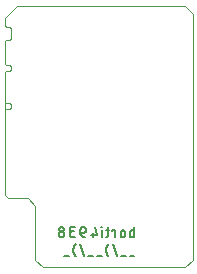
<source format=gbo>
G04 EAGLE Gerber X2 export*
%TF.Part,Single*%
%TF.FileFunction,Other,silk bottom*%
%TF.FilePolarity,Positive*%
%TF.GenerationSoftware,Autodesk,EAGLE,9.5.2*%
%TF.CreationDate,2020-03-22T18:50:51Z*%
G75*
%MOMM*%
%FSLAX34Y34*%
%LPD*%
%INsilk bottom*%
%AMOC8*
5,1,8,0,0,1.08239X$1,22.5*%
G01*
%ADD10C,0.000000*%
%ADD11C,0.152400*%


D10*
X0Y-36000D02*
X3000Y-39000D01*
X19500Y-39000D01*
X26000Y-45500D01*
X26000Y-91000D01*
X32500Y-97500D01*
X152750Y-97500D01*
X159250Y-91000D01*
X159250Y117000D01*
X152750Y123500D01*
X10000Y123500D01*
X0Y113500D01*
X0Y107500D01*
X0Y94000D02*
X0Y75000D01*
X1000Y74000D01*
X4000Y74000D01*
X5000Y73000D01*
X5000Y70000D02*
X4000Y69000D01*
X1000Y69000D01*
X0Y68000D01*
X5000Y70000D02*
X5000Y73000D01*
X0Y68000D02*
X0Y42500D01*
X1000Y41500D01*
X4000Y41500D01*
X5000Y40500D01*
X5000Y37500D02*
X4000Y36500D01*
X1000Y36500D01*
X0Y35500D01*
X5000Y37500D02*
X5000Y40500D01*
X0Y42000D02*
X0Y35500D01*
X0Y-36000D01*
X1000Y106500D02*
X0Y107500D01*
X1000Y106500D02*
X4000Y106500D01*
X5000Y105500D01*
X5000Y96000D01*
X4000Y95000D01*
X1000Y95000D01*
X0Y94000D01*
D11*
X109738Y-63112D02*
X109738Y-71748D01*
X107339Y-71748D01*
X107264Y-71746D01*
X107189Y-71740D01*
X107114Y-71730D01*
X107040Y-71717D01*
X106967Y-71699D01*
X106894Y-71678D01*
X106823Y-71652D01*
X106754Y-71624D01*
X106686Y-71591D01*
X106620Y-71555D01*
X106555Y-71516D01*
X106493Y-71473D01*
X106433Y-71427D01*
X106376Y-71378D01*
X106321Y-71327D01*
X106270Y-71272D01*
X106221Y-71215D01*
X106175Y-71155D01*
X106132Y-71093D01*
X106093Y-71029D01*
X106057Y-70962D01*
X106024Y-70894D01*
X105996Y-70825D01*
X105970Y-70754D01*
X105949Y-70681D01*
X105931Y-70608D01*
X105918Y-70534D01*
X105908Y-70459D01*
X105902Y-70384D01*
X105900Y-70309D01*
X105900Y-67430D01*
X105902Y-67357D01*
X105907Y-67284D01*
X105917Y-67212D01*
X105929Y-67140D01*
X105946Y-67069D01*
X105966Y-66999D01*
X105990Y-66930D01*
X106017Y-66863D01*
X106047Y-66796D01*
X106081Y-66732D01*
X106118Y-66669D01*
X106158Y-66608D01*
X106201Y-66549D01*
X106247Y-66493D01*
X106296Y-66439D01*
X106348Y-66387D01*
X106402Y-66338D01*
X106458Y-66292D01*
X106517Y-66249D01*
X106578Y-66209D01*
X106641Y-66172D01*
X106705Y-66138D01*
X106772Y-66108D01*
X106839Y-66081D01*
X106908Y-66057D01*
X106978Y-66037D01*
X107049Y-66020D01*
X107121Y-66008D01*
X107193Y-65998D01*
X107266Y-65993D01*
X107339Y-65991D01*
X109738Y-65991D01*
X101881Y-67910D02*
X101881Y-69829D01*
X101881Y-67910D02*
X101879Y-67824D01*
X101873Y-67738D01*
X101864Y-67652D01*
X101850Y-67567D01*
X101833Y-67483D01*
X101812Y-67399D01*
X101787Y-67317D01*
X101759Y-67236D01*
X101727Y-67156D01*
X101691Y-67077D01*
X101652Y-67001D01*
X101609Y-66926D01*
X101564Y-66853D01*
X101515Y-66782D01*
X101462Y-66714D01*
X101407Y-66647D01*
X101349Y-66584D01*
X101288Y-66523D01*
X101225Y-66465D01*
X101158Y-66410D01*
X101090Y-66357D01*
X101019Y-66308D01*
X100946Y-66263D01*
X100871Y-66220D01*
X100795Y-66181D01*
X100716Y-66145D01*
X100636Y-66113D01*
X100555Y-66085D01*
X100473Y-66060D01*
X100389Y-66039D01*
X100305Y-66022D01*
X100220Y-66008D01*
X100134Y-65999D01*
X100048Y-65993D01*
X99962Y-65991D01*
X99876Y-65993D01*
X99790Y-65999D01*
X99704Y-66008D01*
X99619Y-66022D01*
X99535Y-66039D01*
X99451Y-66060D01*
X99369Y-66085D01*
X99288Y-66113D01*
X99208Y-66145D01*
X99129Y-66181D01*
X99053Y-66220D01*
X98978Y-66263D01*
X98905Y-66308D01*
X98834Y-66357D01*
X98766Y-66410D01*
X98699Y-66465D01*
X98636Y-66523D01*
X98575Y-66584D01*
X98517Y-66647D01*
X98462Y-66714D01*
X98409Y-66782D01*
X98360Y-66853D01*
X98315Y-66926D01*
X98272Y-67001D01*
X98233Y-67077D01*
X98197Y-67156D01*
X98165Y-67236D01*
X98137Y-67317D01*
X98112Y-67399D01*
X98091Y-67483D01*
X98074Y-67567D01*
X98060Y-67652D01*
X98051Y-67738D01*
X98045Y-67824D01*
X98043Y-67910D01*
X98043Y-69829D01*
X98045Y-69915D01*
X98051Y-70001D01*
X98060Y-70087D01*
X98074Y-70172D01*
X98091Y-70256D01*
X98112Y-70340D01*
X98137Y-70422D01*
X98165Y-70503D01*
X98197Y-70583D01*
X98233Y-70662D01*
X98272Y-70738D01*
X98315Y-70813D01*
X98360Y-70886D01*
X98409Y-70957D01*
X98462Y-71025D01*
X98517Y-71092D01*
X98575Y-71155D01*
X98636Y-71216D01*
X98699Y-71274D01*
X98766Y-71329D01*
X98834Y-71382D01*
X98905Y-71431D01*
X98978Y-71476D01*
X99053Y-71519D01*
X99129Y-71558D01*
X99208Y-71594D01*
X99288Y-71626D01*
X99369Y-71654D01*
X99451Y-71679D01*
X99535Y-71700D01*
X99619Y-71717D01*
X99704Y-71731D01*
X99790Y-71740D01*
X99876Y-71746D01*
X99962Y-71748D01*
X100048Y-71746D01*
X100134Y-71740D01*
X100220Y-71731D01*
X100305Y-71717D01*
X100389Y-71700D01*
X100473Y-71679D01*
X100555Y-71654D01*
X100636Y-71626D01*
X100716Y-71594D01*
X100795Y-71558D01*
X100871Y-71519D01*
X100946Y-71476D01*
X101019Y-71431D01*
X101090Y-71382D01*
X101158Y-71329D01*
X101225Y-71274D01*
X101288Y-71216D01*
X101349Y-71155D01*
X101407Y-71092D01*
X101462Y-71025D01*
X101515Y-70957D01*
X101564Y-70886D01*
X101609Y-70813D01*
X101652Y-70738D01*
X101691Y-70662D01*
X101727Y-70583D01*
X101759Y-70503D01*
X101787Y-70422D01*
X101812Y-70340D01*
X101833Y-70256D01*
X101850Y-70172D01*
X101864Y-70087D01*
X101873Y-70001D01*
X101879Y-69915D01*
X101881Y-69829D01*
X93575Y-71748D02*
X93575Y-65991D01*
X90696Y-65991D01*
X90696Y-66950D01*
X88401Y-65991D02*
X85522Y-65991D01*
X87442Y-63112D02*
X87442Y-70309D01*
X87441Y-70309D02*
X87439Y-70384D01*
X87433Y-70459D01*
X87423Y-70534D01*
X87410Y-70608D01*
X87392Y-70681D01*
X87371Y-70754D01*
X87345Y-70825D01*
X87317Y-70894D01*
X87284Y-70962D01*
X87248Y-71029D01*
X87209Y-71093D01*
X87166Y-71155D01*
X87120Y-71215D01*
X87071Y-71272D01*
X87020Y-71327D01*
X86965Y-71378D01*
X86908Y-71427D01*
X86848Y-71473D01*
X86786Y-71516D01*
X86722Y-71555D01*
X86655Y-71591D01*
X86587Y-71624D01*
X86518Y-71652D01*
X86447Y-71678D01*
X86374Y-71699D01*
X86301Y-71717D01*
X86227Y-71730D01*
X86152Y-71740D01*
X86077Y-71746D01*
X86002Y-71748D01*
X85522Y-71748D01*
X81979Y-71748D02*
X81979Y-65991D01*
X82219Y-63592D02*
X82219Y-63112D01*
X81739Y-63112D01*
X81739Y-63592D01*
X82219Y-63592D01*
X76058Y-63112D02*
X77977Y-69829D01*
X73179Y-69829D01*
X74618Y-67910D02*
X74618Y-71748D01*
X66914Y-67910D02*
X64035Y-67910D01*
X66914Y-67910D02*
X67000Y-67908D01*
X67086Y-67902D01*
X67172Y-67893D01*
X67257Y-67879D01*
X67341Y-67862D01*
X67425Y-67841D01*
X67507Y-67816D01*
X67588Y-67788D01*
X67668Y-67756D01*
X67747Y-67720D01*
X67823Y-67681D01*
X67898Y-67638D01*
X67971Y-67593D01*
X68042Y-67544D01*
X68110Y-67491D01*
X68177Y-67436D01*
X68240Y-67378D01*
X68301Y-67317D01*
X68359Y-67254D01*
X68414Y-67187D01*
X68467Y-67119D01*
X68516Y-67048D01*
X68561Y-66975D01*
X68604Y-66900D01*
X68643Y-66824D01*
X68679Y-66745D01*
X68711Y-66665D01*
X68739Y-66584D01*
X68764Y-66502D01*
X68785Y-66418D01*
X68802Y-66334D01*
X68816Y-66249D01*
X68825Y-66163D01*
X68831Y-66077D01*
X68833Y-65991D01*
X68833Y-65511D01*
X68831Y-65414D01*
X68825Y-65318D01*
X68816Y-65222D01*
X68802Y-65126D01*
X68785Y-65031D01*
X68763Y-64937D01*
X68738Y-64844D01*
X68710Y-64751D01*
X68677Y-64660D01*
X68641Y-64571D01*
X68601Y-64483D01*
X68558Y-64396D01*
X68512Y-64312D01*
X68462Y-64229D01*
X68408Y-64148D01*
X68352Y-64070D01*
X68292Y-63994D01*
X68230Y-63920D01*
X68164Y-63849D01*
X68096Y-63781D01*
X68025Y-63715D01*
X67951Y-63653D01*
X67875Y-63593D01*
X67797Y-63537D01*
X67716Y-63483D01*
X67634Y-63433D01*
X67549Y-63387D01*
X67462Y-63344D01*
X67374Y-63304D01*
X67285Y-63268D01*
X67194Y-63235D01*
X67101Y-63207D01*
X67008Y-63182D01*
X66914Y-63160D01*
X66819Y-63143D01*
X66723Y-63129D01*
X66627Y-63120D01*
X66531Y-63114D01*
X66434Y-63112D01*
X66337Y-63114D01*
X66241Y-63120D01*
X66145Y-63129D01*
X66049Y-63143D01*
X65954Y-63160D01*
X65860Y-63182D01*
X65767Y-63207D01*
X65674Y-63235D01*
X65583Y-63268D01*
X65494Y-63304D01*
X65406Y-63344D01*
X65319Y-63387D01*
X65235Y-63433D01*
X65152Y-63483D01*
X65071Y-63537D01*
X64993Y-63593D01*
X64917Y-63653D01*
X64843Y-63715D01*
X64772Y-63781D01*
X64704Y-63849D01*
X64638Y-63920D01*
X64576Y-63994D01*
X64516Y-64070D01*
X64460Y-64148D01*
X64406Y-64229D01*
X64356Y-64312D01*
X64310Y-64396D01*
X64267Y-64483D01*
X64227Y-64571D01*
X64191Y-64660D01*
X64158Y-64751D01*
X64130Y-64844D01*
X64105Y-64937D01*
X64083Y-65031D01*
X64066Y-65126D01*
X64052Y-65222D01*
X64043Y-65318D01*
X64037Y-65414D01*
X64035Y-65511D01*
X64035Y-67910D01*
X64037Y-68033D01*
X64043Y-68156D01*
X64053Y-68279D01*
X64067Y-68401D01*
X64084Y-68523D01*
X64106Y-68644D01*
X64131Y-68764D01*
X64161Y-68884D01*
X64194Y-69002D01*
X64231Y-69119D01*
X64271Y-69236D01*
X64315Y-69350D01*
X64363Y-69464D01*
X64415Y-69575D01*
X64470Y-69685D01*
X64529Y-69793D01*
X64591Y-69900D01*
X64656Y-70004D01*
X64725Y-70106D01*
X64797Y-70206D01*
X64872Y-70303D01*
X64951Y-70398D01*
X65032Y-70490D01*
X65116Y-70580D01*
X65203Y-70667D01*
X65293Y-70751D01*
X65385Y-70832D01*
X65480Y-70911D01*
X65577Y-70986D01*
X65677Y-71058D01*
X65779Y-71127D01*
X65883Y-71192D01*
X65990Y-71254D01*
X66098Y-71313D01*
X66208Y-71368D01*
X66319Y-71420D01*
X66433Y-71468D01*
X66548Y-71512D01*
X66664Y-71552D01*
X66781Y-71589D01*
X66899Y-71622D01*
X67019Y-71652D01*
X67139Y-71677D01*
X67260Y-71699D01*
X67382Y-71716D01*
X67504Y-71730D01*
X67627Y-71740D01*
X67750Y-71746D01*
X67873Y-71748D01*
X59689Y-71748D02*
X57290Y-71748D01*
X57193Y-71746D01*
X57097Y-71740D01*
X57001Y-71731D01*
X56905Y-71717D01*
X56810Y-71700D01*
X56716Y-71678D01*
X56623Y-71653D01*
X56530Y-71625D01*
X56439Y-71592D01*
X56350Y-71556D01*
X56262Y-71516D01*
X56175Y-71473D01*
X56090Y-71427D01*
X56008Y-71377D01*
X55927Y-71323D01*
X55849Y-71267D01*
X55773Y-71207D01*
X55699Y-71145D01*
X55628Y-71079D01*
X55560Y-71011D01*
X55494Y-70940D01*
X55432Y-70866D01*
X55372Y-70790D01*
X55316Y-70712D01*
X55262Y-70631D01*
X55212Y-70548D01*
X55166Y-70464D01*
X55123Y-70377D01*
X55083Y-70289D01*
X55047Y-70200D01*
X55014Y-70109D01*
X54986Y-70016D01*
X54961Y-69923D01*
X54939Y-69829D01*
X54922Y-69734D01*
X54908Y-69638D01*
X54899Y-69542D01*
X54893Y-69446D01*
X54891Y-69349D01*
X54893Y-69252D01*
X54899Y-69156D01*
X54908Y-69060D01*
X54922Y-68964D01*
X54939Y-68869D01*
X54961Y-68775D01*
X54986Y-68682D01*
X55014Y-68589D01*
X55047Y-68498D01*
X55083Y-68409D01*
X55123Y-68321D01*
X55166Y-68234D01*
X55212Y-68150D01*
X55262Y-68067D01*
X55316Y-67986D01*
X55372Y-67908D01*
X55432Y-67832D01*
X55494Y-67758D01*
X55560Y-67687D01*
X55628Y-67619D01*
X55699Y-67553D01*
X55773Y-67491D01*
X55849Y-67431D01*
X55927Y-67375D01*
X56008Y-67321D01*
X56091Y-67271D01*
X56175Y-67225D01*
X56262Y-67182D01*
X56350Y-67142D01*
X56439Y-67106D01*
X56530Y-67073D01*
X56623Y-67045D01*
X56716Y-67020D01*
X56810Y-66998D01*
X56905Y-66981D01*
X57001Y-66967D01*
X57097Y-66958D01*
X57193Y-66952D01*
X57290Y-66950D01*
X56810Y-63112D02*
X59689Y-63112D01*
X56810Y-63112D02*
X56724Y-63114D01*
X56638Y-63120D01*
X56552Y-63129D01*
X56467Y-63143D01*
X56383Y-63160D01*
X56299Y-63181D01*
X56217Y-63206D01*
X56136Y-63234D01*
X56056Y-63266D01*
X55977Y-63302D01*
X55901Y-63341D01*
X55826Y-63384D01*
X55753Y-63429D01*
X55682Y-63478D01*
X55614Y-63531D01*
X55547Y-63586D01*
X55484Y-63644D01*
X55423Y-63705D01*
X55365Y-63768D01*
X55310Y-63835D01*
X55257Y-63903D01*
X55208Y-63974D01*
X55163Y-64047D01*
X55120Y-64122D01*
X55081Y-64198D01*
X55045Y-64277D01*
X55013Y-64357D01*
X54985Y-64438D01*
X54960Y-64520D01*
X54939Y-64604D01*
X54922Y-64688D01*
X54908Y-64773D01*
X54899Y-64859D01*
X54893Y-64945D01*
X54891Y-65031D01*
X54893Y-65117D01*
X54899Y-65203D01*
X54908Y-65289D01*
X54922Y-65374D01*
X54939Y-65458D01*
X54960Y-65542D01*
X54985Y-65624D01*
X55013Y-65705D01*
X55045Y-65785D01*
X55081Y-65864D01*
X55120Y-65940D01*
X55163Y-66015D01*
X55208Y-66088D01*
X55257Y-66159D01*
X55310Y-66227D01*
X55365Y-66294D01*
X55423Y-66357D01*
X55484Y-66418D01*
X55547Y-66476D01*
X55614Y-66531D01*
X55682Y-66584D01*
X55753Y-66633D01*
X55826Y-66678D01*
X55901Y-66721D01*
X55977Y-66760D01*
X56056Y-66796D01*
X56136Y-66828D01*
X56217Y-66856D01*
X56299Y-66881D01*
X56383Y-66902D01*
X56467Y-66919D01*
X56552Y-66933D01*
X56638Y-66942D01*
X56724Y-66948D01*
X56810Y-66950D01*
X58729Y-66950D01*
X50545Y-69349D02*
X50543Y-69252D01*
X50537Y-69156D01*
X50528Y-69060D01*
X50514Y-68964D01*
X50497Y-68869D01*
X50475Y-68775D01*
X50450Y-68682D01*
X50422Y-68589D01*
X50389Y-68498D01*
X50353Y-68409D01*
X50313Y-68321D01*
X50270Y-68234D01*
X50224Y-68150D01*
X50174Y-68067D01*
X50120Y-67986D01*
X50064Y-67908D01*
X50004Y-67832D01*
X49942Y-67758D01*
X49876Y-67687D01*
X49808Y-67619D01*
X49737Y-67553D01*
X49663Y-67491D01*
X49587Y-67431D01*
X49509Y-67375D01*
X49428Y-67321D01*
X49346Y-67271D01*
X49261Y-67225D01*
X49174Y-67182D01*
X49086Y-67142D01*
X48997Y-67106D01*
X48906Y-67073D01*
X48813Y-67045D01*
X48720Y-67020D01*
X48626Y-66998D01*
X48531Y-66981D01*
X48435Y-66967D01*
X48339Y-66958D01*
X48243Y-66952D01*
X48146Y-66950D01*
X48049Y-66952D01*
X47953Y-66958D01*
X47857Y-66967D01*
X47761Y-66981D01*
X47666Y-66998D01*
X47572Y-67020D01*
X47479Y-67045D01*
X47386Y-67073D01*
X47295Y-67106D01*
X47206Y-67142D01*
X47118Y-67182D01*
X47031Y-67225D01*
X46947Y-67271D01*
X46864Y-67321D01*
X46783Y-67375D01*
X46705Y-67431D01*
X46629Y-67491D01*
X46555Y-67553D01*
X46484Y-67619D01*
X46416Y-67687D01*
X46350Y-67758D01*
X46288Y-67832D01*
X46228Y-67908D01*
X46172Y-67986D01*
X46118Y-68067D01*
X46068Y-68150D01*
X46022Y-68234D01*
X45979Y-68321D01*
X45939Y-68409D01*
X45903Y-68498D01*
X45870Y-68589D01*
X45842Y-68682D01*
X45817Y-68775D01*
X45795Y-68869D01*
X45778Y-68964D01*
X45764Y-69060D01*
X45755Y-69156D01*
X45749Y-69252D01*
X45747Y-69349D01*
X45749Y-69446D01*
X45755Y-69542D01*
X45764Y-69638D01*
X45778Y-69734D01*
X45795Y-69829D01*
X45817Y-69923D01*
X45842Y-70016D01*
X45870Y-70109D01*
X45903Y-70200D01*
X45939Y-70289D01*
X45979Y-70377D01*
X46022Y-70464D01*
X46068Y-70549D01*
X46118Y-70631D01*
X46172Y-70712D01*
X46228Y-70790D01*
X46288Y-70866D01*
X46350Y-70940D01*
X46416Y-71011D01*
X46484Y-71079D01*
X46555Y-71145D01*
X46629Y-71207D01*
X46705Y-71267D01*
X46783Y-71323D01*
X46864Y-71377D01*
X46946Y-71427D01*
X47031Y-71473D01*
X47118Y-71516D01*
X47206Y-71556D01*
X47295Y-71592D01*
X47386Y-71625D01*
X47479Y-71653D01*
X47572Y-71678D01*
X47666Y-71700D01*
X47761Y-71717D01*
X47857Y-71731D01*
X47953Y-71740D01*
X48049Y-71746D01*
X48146Y-71748D01*
X48243Y-71746D01*
X48339Y-71740D01*
X48435Y-71731D01*
X48531Y-71717D01*
X48626Y-71700D01*
X48720Y-71678D01*
X48813Y-71653D01*
X48906Y-71625D01*
X48997Y-71592D01*
X49086Y-71556D01*
X49174Y-71516D01*
X49261Y-71473D01*
X49345Y-71427D01*
X49428Y-71377D01*
X49509Y-71323D01*
X49587Y-71267D01*
X49663Y-71207D01*
X49737Y-71145D01*
X49808Y-71079D01*
X49876Y-71011D01*
X49942Y-70940D01*
X50004Y-70866D01*
X50064Y-70790D01*
X50120Y-70712D01*
X50174Y-70631D01*
X50224Y-70549D01*
X50270Y-70464D01*
X50313Y-70377D01*
X50353Y-70289D01*
X50389Y-70200D01*
X50422Y-70109D01*
X50450Y-70016D01*
X50475Y-69923D01*
X50497Y-69829D01*
X50514Y-69734D01*
X50528Y-69638D01*
X50537Y-69542D01*
X50543Y-69446D01*
X50545Y-69349D01*
X50065Y-65031D02*
X50063Y-64945D01*
X50057Y-64859D01*
X50048Y-64773D01*
X50034Y-64688D01*
X50017Y-64604D01*
X49996Y-64520D01*
X49971Y-64438D01*
X49943Y-64357D01*
X49911Y-64277D01*
X49875Y-64198D01*
X49836Y-64122D01*
X49793Y-64047D01*
X49748Y-63974D01*
X49699Y-63903D01*
X49646Y-63835D01*
X49591Y-63768D01*
X49533Y-63705D01*
X49472Y-63644D01*
X49409Y-63586D01*
X49342Y-63531D01*
X49274Y-63478D01*
X49203Y-63429D01*
X49130Y-63384D01*
X49055Y-63341D01*
X48979Y-63302D01*
X48900Y-63266D01*
X48820Y-63234D01*
X48739Y-63206D01*
X48657Y-63181D01*
X48573Y-63160D01*
X48489Y-63143D01*
X48404Y-63129D01*
X48318Y-63120D01*
X48232Y-63114D01*
X48146Y-63112D01*
X48060Y-63114D01*
X47974Y-63120D01*
X47888Y-63129D01*
X47803Y-63143D01*
X47719Y-63160D01*
X47635Y-63181D01*
X47553Y-63206D01*
X47472Y-63234D01*
X47392Y-63266D01*
X47313Y-63302D01*
X47237Y-63341D01*
X47162Y-63384D01*
X47089Y-63429D01*
X47018Y-63478D01*
X46950Y-63531D01*
X46883Y-63586D01*
X46820Y-63644D01*
X46759Y-63705D01*
X46701Y-63768D01*
X46646Y-63835D01*
X46593Y-63903D01*
X46544Y-63974D01*
X46499Y-64047D01*
X46456Y-64122D01*
X46417Y-64198D01*
X46381Y-64277D01*
X46349Y-64357D01*
X46321Y-64438D01*
X46296Y-64520D01*
X46275Y-64604D01*
X46258Y-64688D01*
X46244Y-64773D01*
X46235Y-64859D01*
X46229Y-64945D01*
X46227Y-65031D01*
X46229Y-65117D01*
X46235Y-65203D01*
X46244Y-65289D01*
X46258Y-65374D01*
X46275Y-65458D01*
X46296Y-65542D01*
X46321Y-65624D01*
X46349Y-65705D01*
X46381Y-65785D01*
X46417Y-65864D01*
X46456Y-65940D01*
X46499Y-66015D01*
X46544Y-66088D01*
X46593Y-66159D01*
X46646Y-66227D01*
X46701Y-66294D01*
X46759Y-66357D01*
X46820Y-66418D01*
X46883Y-66476D01*
X46950Y-66531D01*
X47018Y-66584D01*
X47089Y-66633D01*
X47162Y-66678D01*
X47237Y-66721D01*
X47313Y-66760D01*
X47392Y-66796D01*
X47472Y-66828D01*
X47553Y-66856D01*
X47635Y-66881D01*
X47719Y-66902D01*
X47803Y-66919D01*
X47888Y-66933D01*
X47974Y-66942D01*
X48060Y-66948D01*
X48146Y-66950D01*
X48232Y-66948D01*
X48318Y-66942D01*
X48404Y-66933D01*
X48489Y-66919D01*
X48573Y-66902D01*
X48657Y-66881D01*
X48739Y-66856D01*
X48820Y-66828D01*
X48900Y-66796D01*
X48979Y-66760D01*
X49055Y-66721D01*
X49130Y-66678D01*
X49203Y-66633D01*
X49274Y-66584D01*
X49342Y-66531D01*
X49409Y-66476D01*
X49472Y-66418D01*
X49533Y-66357D01*
X49591Y-66294D01*
X49646Y-66227D01*
X49699Y-66159D01*
X49748Y-66088D01*
X49793Y-66015D01*
X49836Y-65940D01*
X49875Y-65864D01*
X49911Y-65785D01*
X49943Y-65705D01*
X49971Y-65624D01*
X49996Y-65542D01*
X50017Y-65458D01*
X50034Y-65374D01*
X50048Y-65289D01*
X50057Y-65203D01*
X50063Y-65117D01*
X50065Y-65031D01*
X105900Y-87948D02*
X109738Y-87948D01*
X102423Y-87948D02*
X98585Y-87948D01*
X95108Y-87948D02*
X91269Y-77392D01*
X85862Y-82670D02*
X85864Y-82868D01*
X85872Y-83065D01*
X85883Y-83262D01*
X85900Y-83459D01*
X85921Y-83656D01*
X85947Y-83852D01*
X85978Y-84047D01*
X86014Y-84241D01*
X86054Y-84435D01*
X86099Y-84627D01*
X86148Y-84819D01*
X86202Y-85009D01*
X86260Y-85197D01*
X86323Y-85385D01*
X86391Y-85570D01*
X86463Y-85754D01*
X86539Y-85937D01*
X86620Y-86117D01*
X86705Y-86295D01*
X86794Y-86472D01*
X86888Y-86646D01*
X86986Y-86818D01*
X87088Y-86987D01*
X87193Y-87154D01*
X87303Y-87318D01*
X87417Y-87480D01*
X87535Y-87639D01*
X87656Y-87794D01*
X87781Y-87947D01*
X85862Y-82670D02*
X85864Y-82472D01*
X85872Y-82275D01*
X85883Y-82078D01*
X85900Y-81881D01*
X85921Y-81684D01*
X85947Y-81488D01*
X85978Y-81293D01*
X86014Y-81099D01*
X86054Y-80905D01*
X86099Y-80713D01*
X86148Y-80521D01*
X86202Y-80331D01*
X86260Y-80143D01*
X86323Y-79955D01*
X86391Y-79770D01*
X86463Y-79586D01*
X86539Y-79403D01*
X86620Y-79223D01*
X86705Y-79045D01*
X86794Y-78868D01*
X86888Y-78694D01*
X86986Y-78522D01*
X87088Y-78353D01*
X87193Y-78186D01*
X87303Y-78022D01*
X87417Y-77860D01*
X87535Y-77702D01*
X87656Y-77546D01*
X87781Y-77393D01*
X82001Y-87948D02*
X78163Y-87948D01*
X74686Y-87948D02*
X70848Y-87948D01*
X67371Y-87948D02*
X63533Y-77392D01*
X58126Y-82670D02*
X58128Y-82868D01*
X58136Y-83065D01*
X58147Y-83262D01*
X58164Y-83459D01*
X58185Y-83656D01*
X58211Y-83852D01*
X58242Y-84047D01*
X58278Y-84241D01*
X58318Y-84435D01*
X58363Y-84627D01*
X58412Y-84819D01*
X58466Y-85009D01*
X58524Y-85197D01*
X58587Y-85385D01*
X58655Y-85570D01*
X58727Y-85754D01*
X58803Y-85937D01*
X58884Y-86117D01*
X58969Y-86295D01*
X59058Y-86472D01*
X59152Y-86646D01*
X59250Y-86818D01*
X59352Y-86987D01*
X59457Y-87154D01*
X59567Y-87318D01*
X59681Y-87480D01*
X59799Y-87639D01*
X59920Y-87794D01*
X60045Y-87947D01*
X58126Y-82670D02*
X58128Y-82472D01*
X58136Y-82275D01*
X58147Y-82078D01*
X58164Y-81881D01*
X58185Y-81684D01*
X58211Y-81488D01*
X58242Y-81293D01*
X58278Y-81099D01*
X58318Y-80905D01*
X58363Y-80713D01*
X58412Y-80521D01*
X58466Y-80331D01*
X58524Y-80143D01*
X58587Y-79955D01*
X58655Y-79770D01*
X58727Y-79586D01*
X58803Y-79403D01*
X58884Y-79223D01*
X58969Y-79045D01*
X59058Y-78868D01*
X59152Y-78694D01*
X59250Y-78522D01*
X59352Y-78353D01*
X59457Y-78186D01*
X59567Y-78022D01*
X59681Y-77860D01*
X59799Y-77702D01*
X59920Y-77546D01*
X60045Y-77393D01*
X54265Y-87948D02*
X50427Y-87948D01*
M02*

</source>
